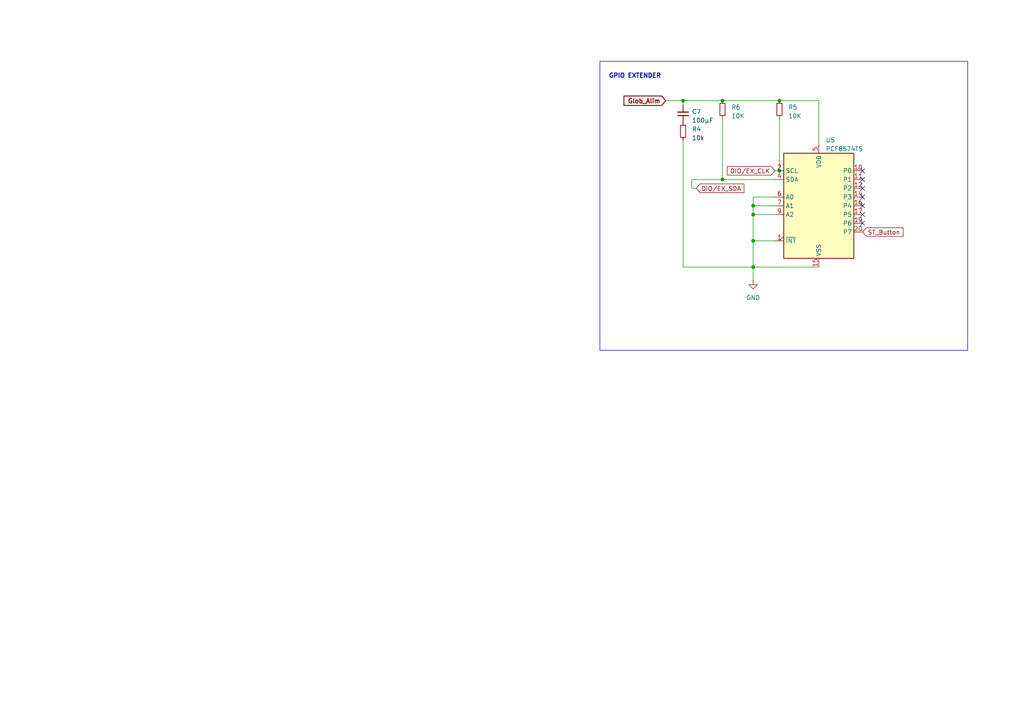
<source format=kicad_sch>
(kicad_sch (version 20230121) (generator eeschema)
  (paper "A4")
  (lib_symbols
    (symbol "Device:C_Small" (pin_numbers hide) (pin_names (offset 0.254) hide)
      (property "Reference" "C" (at 0.254 1.778 0))
      (property "Value" "C_Small" (at 0.254 -2.032 0))
      (symbol "C_Small_0_1"
        (polyline (pts (xy -1.524 -0.508) (xy 1.524 -0.508)) (stroke (width 0.3302)))
        (polyline (pts (xy -1.524 0.508) (xy 1.524 0.508)) (stroke (width 0.3048)))
      )
      (symbol "C_Small_1_1"
        (pin passive line (at 0 2.54 270) (length 2.032) (name "~") (number "1"))
        (pin passive line (at 0 -2.54 90) (length 2.032) (name "~") (number "2"))
      )
    )
    (symbol "Device:R_Small" (pin_numbers hide) (pin_names (offset 0.254) hide)
      (property "Reference" "R" (at 0.762 0.508 0))
      (property "Value" "R_Small" (at 0.762 -1.016 0))
      (symbol "R_Small_0_1"
        (rectangle (start -0.762 1.778) (end 0.762 -1.778) (stroke (width 0.2032)))
      )
      (symbol "R_Small_1_1"
        (pin passive line (at 0 2.54 270) (length 0.762) (name "~") (number "1"))
        (pin passive line (at 0 -2.54 90) (length 0.762) (name "~") (number "2"))
      )
    )
    (symbol "Interface_Expansion:PCF8574TS"
      (property "Reference" "U" (at -8.89 16.51 0))
      (property "Value" "PCF8574TS" (at 3.81 16.51 0))
      (symbol "PCF8574TS_0_1"
        (rectangle (start -10.16 15.24) (end 10.16 -15.24) (stroke (width 0.254)) (fill (type background)))
      )
      (symbol "PCF8574TS_1_1"
        (pin open_collector output_low (at -12.7 -10.16 0) (length 2.54) (name "~{INT}") (number "1"))
        (pin bidirectional line (at 12.7 10.16 180) (length 2.54) (name "P0") (number "10"))
        (pin bidirectional line (at 12.7 7.62 180) (length 2.54) (name "P1") (number "11"))
        (pin bidirectional line (at 12.7 5.08 180) (length 2.54) (name "P2") (number "12"))
        (pin no_connect line (at -10.16 -5.08 0) (length 2.54) hide (name "NC") (number "13"))
        (pin bidirectional line (at 12.7 2.54 180) (length 2.54) (name "P3") (number "14"))
        (pin power_in line (at 0 -17.78 90) (length 2.54) (name "VSS") (number "15"))
        (pin bidirectional line (at 12.7 0 180) (length 2.54) (name "P4") (number "16"))
        (pin bidirectional line (at 12.7 -2.54 180) (length 2.54) (name "P5") (number "17"))
        (pin no_connect line (at -10.16 -7.62 0) (length 2.54) hide (name "NC") (number "18"))
        (pin bidirectional line (at 12.7 -5.08 180) (length 2.54) (name "P6") (number "19"))
        (pin input line (at -12.7 10.16 0) (length 2.54) (name "SCL") (number "2"))
        (pin bidirectional line (at 12.7 -7.62 180) (length 2.54) (name "P7") (number "20"))
        (pin no_connect line (at 10.16 -10.16 180) (length 2.54) hide (name "NC") (number "3"))
        (pin bidirectional line (at -12.7 7.62 0) (length 2.54) (name "SDA") (number "4"))
        (pin power_in line (at 0 17.78 270) (length 2.54) (name "VDD") (number "5"))
        (pin input line (at -12.7 2.54 0) (length 2.54) (name "A0") (number "6"))
        (pin input line (at -12.7 0 0) (length 2.54) (name "A1") (number "7"))
        (pin no_connect line (at 10.16 -12.7 180) (length 2.54) hide (name "NC") (number "8"))
        (pin input line (at -12.7 -2.54 0) (length 2.54) (name "A2") (number "9"))
      )
    )
    (symbol "power:GND" (power) (pin_names (offset 0))
      (property "Value" "GND" (at 0 -3.81 0))
      (symbol "GND_0_1"
        (polyline (pts (xy 0 0) (xy 0 -1.27) (xy 1.27 -1.27) (xy 0 -2.54) (xy -1.27 -1.27) (xy 0 -1.27)))
      )
      (symbol "GND_1_1"
        (pin power_in line (at 0 0 270) (length 0) hide (name "GND") (number "1"))
      )
    )
  )
  (junction (at 209.55 52.07))
  (junction (at 198.12 29.21))
  (junction (at 218.44 59.69))
  (junction (at 209.55 29.21))
  (junction (at 218.44 77.47))
  (junction (at 226.06 49.53))
  (junction (at 218.44 62.23))
  (junction (at 218.44 69.85))
  (junction (at 226.06 29.21))
  (no_connect (at 250.19 57.15))
  (no_connect (at 250.19 59.69))
  (no_connect (at 250.19 64.77))
  (no_connect (at 250.19 49.53))
  (no_connect (at 250.19 62.23))
  (no_connect (at 250.19 52.07))
  (no_connect (at 250.19 54.61))
  (wire (pts (xy 218.44 62.23) (xy 224.79 62.23)))
  (wire (pts (xy 218.44 57.15) (xy 218.44 59.69)))
  (wire (pts (xy 218.44 81.28) (xy 218.44 77.47)))
  (wire (pts (xy 200.66 54.61) (xy 200.66 52.07)))
  (wire (pts (xy 218.44 59.69) (xy 224.79 59.69)))
  (wire (pts (xy 200.66 52.07) (xy 209.55 52.07)))
  (wire (pts (xy 218.44 77.47) (xy 218.44 69.85)))
  (wire (pts (xy 226.06 50.8) (xy 226.06 49.53)))
  (wire (pts (xy 226.06 49.53) (xy 224.79 49.53)))
  (wire (pts (xy 209.55 29.21) (xy 226.06 29.21)))
  (wire (pts (xy 218.44 59.69) (xy 218.44 62.23)))
  (wire (pts (xy 218.44 77.47) (xy 237.49 77.47)))
  (wire (pts (xy 226.06 29.21) (xy 237.49 29.21)))
  (wire (pts (xy 201.93 54.61) (xy 200.66 54.61)))
  (wire (pts (xy 209.55 34.29) (xy 209.55 52.07)))
  (wire (pts (xy 193.04 29.21) (xy 198.12 29.21)))
  (wire (pts (xy 209.55 52.07) (xy 224.79 52.07)))
  (wire (pts (xy 218.44 62.23) (xy 218.44 69.85)))
  (wire (pts (xy 218.44 69.85) (xy 224.79 69.85)))
  (wire (pts (xy 198.12 29.21) (xy 209.55 29.21)))
  (wire (pts (xy 198.12 40.64) (xy 198.12 77.47)))
  (wire (pts (xy 237.49 41.91) (xy 237.49 29.21)))
  (wire (pts (xy 226.06 34.29) (xy 226.06 49.53)))
  (wire (pts (xy 224.79 57.15) (xy 218.44 57.15)))
  (wire (pts (xy 198.12 29.21) (xy 198.12 30.48)))
  (wire (pts (xy 198.12 77.47) (xy 218.44 77.47)))
  (rectangle (start 173.99 17.78) (end 280.67 101.6))
  (text "GPIO EXTENDER\n" (at 176.53 22.86 0) (effects (font (size 1.27 1.27) (thickness 0.254) bold) (justify left bottom)))
  (global_label "Glob_Alim" (shape input) (at 193.04 29.21 180) (effects (font bold)) (property "Intersheetrefs" "${INTERSHEET_REFS}" (effects hide)))
  (global_label "DIO{slash}EX_SDA" (shape input) (at 201.93 54.61 0) (property "Intersheetrefs" "${INTERSHEET_REFS}" (effects hide)))
  (global_label "DIO{slash}EX_CLK" (shape input) (at 224.79 49.53 180) (property "Intersheetrefs" "${INTERSHEET_REFS}" (effects hide)))
  (global_label "ST_Button" (shape input) (at 250.19 67.31 0) (property "Intersheetrefs" "${INTERSHEET_REFS}" (effects hide)))
  (symbol (lib_id "power:GND") (at 218.44 81.28 0) (unit 1)
    (property "Reference" "#PWR08" (effects hide))
    (property "Value" "GND" (at 218.44 86.36 0))
  )
  (symbol (lib_id "Device:C_Small") (at 198.12 33.02 180) (unit 1)
    (property "Reference" "C7" (at 200.66 32.3786 0) (effects (justify right)))
    (property "Value" "100µF" (at 200.66 34.9186 0) (effects (justify right)))
    (property "Footprint" "Capacitor_SMD:C_0603_1608Metric_Pad1.08x0.95mm_HandSolder" (effects hide))
  )
  (symbol (lib_id "Device:R_Small") (at 209.55 31.75 0) (unit 1)
    (property "Reference" "R6" (at 212.09 31.115 0) (effects (justify left)))
    (property "Value" "10K" (at 212.09 33.655 0) (effects (justify left)))
    (property "Footprint" "Resistor_SMD:R_0603_1608Metric_Pad0.98x0.95mm_HandSolder" (effects hide))
  )
  (symbol (lib_id "Device:R_Small") (at 198.12 38.1 0) (unit 1)
    (property "Reference" "R4" (at 200.66 37.465 0) (effects (justify left)))
    (property "Value" "10k" (at 200.66 40.005 0) (effects (justify left)))
    (property "Footprint" "Resistor_SMD:R_0603_1608Metric_Pad0.98x0.95mm_HandSolder" (effects hide))
  )
  (symbol (lib_id "Device:R_Small") (at 226.06 31.75 0) (unit 1)
    (property "Reference" "R5" (at 228.6 31.115 0) (effects (justify left)))
    (property "Value" "10K" (at 228.6 33.655 0) (effects (justify left)))
    (property "Footprint" "Resistor_SMD:R_0603_1608Metric_Pad0.98x0.95mm_HandSolder" (effects hide))
  )
  (symbol (lib_id "Interface_Expansion:PCF8574TS") (at 237.49 59.69 0) (unit 1)
    (property "Reference" "U5" (at 239.4459 40.64 0) (effects (justify left)))
    (property "Value" "PCF8574TS" (at 239.4459 43.18 0) (effects (justify left)))
    (property "Footprint" "Package_SO:SSOP-20_4.4x6.5mm_P0.65mm" (effects hide))
    (property "Datasheet" "http://www.nxp.com/documents/data_sheet/PCF8574_PCF8574A.pdf" (effects hide))
  )
)
</source>
